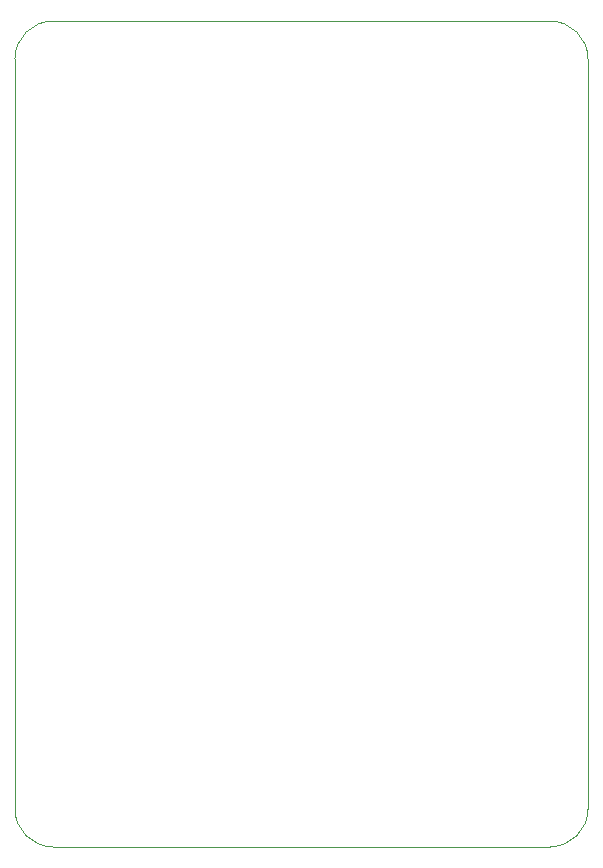
<source format=gbr>
%TF.GenerationSoftware,KiCad,Pcbnew,7.0.2-6a45011f42~172~ubuntu20.04.1*%
%TF.CreationDate,2023-04-23T15:23:27+07:00*%
%TF.ProjectId,EZ-USB-FX2LP-dev-board,455a2d55-5342-42d4-9658-324c502d6465,rev?*%
%TF.SameCoordinates,Original*%
%TF.FileFunction,Profile,NP*%
%FSLAX46Y46*%
G04 Gerber Fmt 4.6, Leading zero omitted, Abs format (unit mm)*
G04 Created by KiCad (PCBNEW 7.0.2-6a45011f42~172~ubuntu20.04.1) date 2023-04-23 15:23:27*
%MOMM*%
%LPD*%
G01*
G04 APERTURE LIST*
%TA.AperFunction,Profile*%
%ADD10C,0.100000*%
%TD*%
G04 APERTURE END LIST*
D10*
X121737600Y-67060097D02*
X163857600Y-67060097D01*
X121737600Y-67060097D02*
G75*
G03*
X118536797Y-70260900I0J-3200803D01*
G01*
X118536797Y-133760900D02*
X118536797Y-70260900D01*
X167058403Y-70260900D02*
X167058403Y-133760900D01*
X118536797Y-133760900D02*
G75*
G03*
X121737600Y-136961703I3200803J0D01*
G01*
X121737600Y-136961703D02*
X163857600Y-136961703D01*
X163857600Y-136961703D02*
G75*
G03*
X167058403Y-133760900I0J3200803D01*
G01*
X167058403Y-70260900D02*
G75*
G03*
X163857600Y-67060097I-3200803J0D01*
G01*
M02*

</source>
